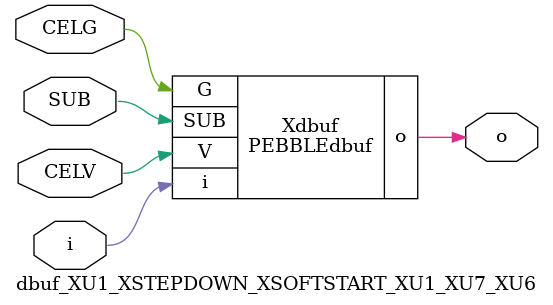
<source format=v>



module PEBBLEdbuf ( o, G, SUB, V, i );

  input V;
  input i;
  input G;
  output o;
  input SUB;
endmodule

//Celera Confidential Do Not Copy dbuf_XU1_XSTEPDOWN_XSOFTSTART_XU1_XU7_XU6
//Celera Confidential Symbol Generator
//Digital Buffer
module dbuf_XU1_XSTEPDOWN_XSOFTSTART_XU1_XU7_XU6 (CELV,CELG,i,o,SUB);
input CELV;
input CELG;
input i;
input SUB;
output o;

//Celera Confidential Do Not Copy dbuf
PEBBLEdbuf Xdbuf(
.V (CELV),
.i (i),
.o (o),
.SUB (SUB),
.G (CELG)
);
//,diesize,PEBBLEdbuf

//Celera Confidential Do Not Copy Module End
//Celera Schematic Generator
endmodule

</source>
